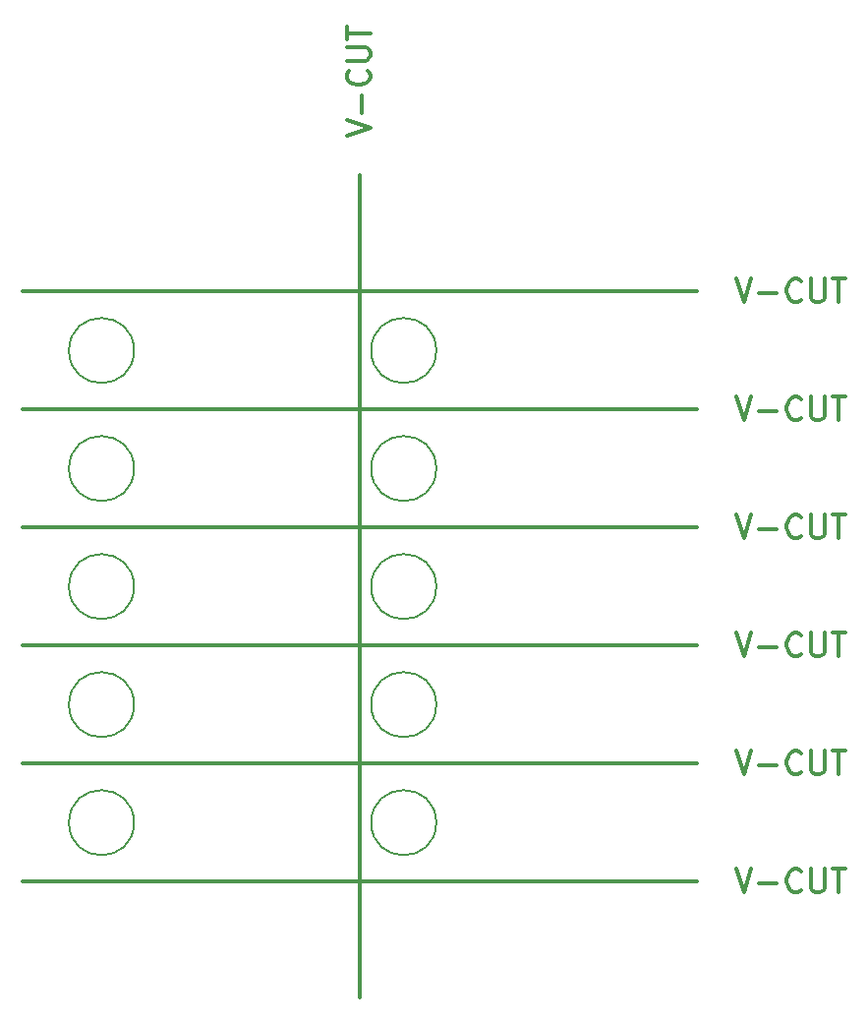
<source format=gbr>
%TF.GenerationSoftware,KiCad,Pcbnew,8.0.8*%
%TF.CreationDate,2025-02-21T17:55:20+11:00*%
%TF.ProjectId,panel,70616e65-6c2e-46b6-9963-61645f706362,rev?*%
%TF.SameCoordinates,Original*%
%TF.FileFunction,Other,Comment*%
%FSLAX46Y46*%
G04 Gerber Fmt 4.6, Leading zero omitted, Abs format (unit mm)*
G04 Created by KiCad (PCBNEW 8.0.8) date 2025-02-21 17:55:20*
%MOMM*%
%LPD*%
G01*
G04 APERTURE LIST*
%ADD10C,0.300000*%
%ADD11C,0.150000*%
G04 APERTURE END LIST*
D10*
X119465000Y-57479500D02*
X177535000Y-57479500D01*
X148502500Y-17000000D02*
X148502500Y-87799500D01*
X119465000Y-77799500D02*
X177535000Y-77799500D01*
X119465000Y-47319500D02*
X177535000Y-47319500D01*
X119465000Y-26999500D02*
X177535000Y-26999500D01*
X119465000Y-67639500D02*
X177535000Y-67639500D01*
X119465000Y-37159500D02*
X177535000Y-37159500D01*
X180922844Y-76709138D02*
X181589510Y-78709138D01*
X181589510Y-78709138D02*
X182256177Y-76709138D01*
X182922844Y-77947233D02*
X184446654Y-77947233D01*
X186541891Y-78518661D02*
X186446653Y-78613900D01*
X186446653Y-78613900D02*
X186160939Y-78709138D01*
X186160939Y-78709138D02*
X185970463Y-78709138D01*
X185970463Y-78709138D02*
X185684748Y-78613900D01*
X185684748Y-78613900D02*
X185494272Y-78423423D01*
X185494272Y-78423423D02*
X185399034Y-78232947D01*
X185399034Y-78232947D02*
X185303796Y-77851995D01*
X185303796Y-77851995D02*
X185303796Y-77566280D01*
X185303796Y-77566280D02*
X185399034Y-77185328D01*
X185399034Y-77185328D02*
X185494272Y-76994852D01*
X185494272Y-76994852D02*
X185684748Y-76804376D01*
X185684748Y-76804376D02*
X185970463Y-76709138D01*
X185970463Y-76709138D02*
X186160939Y-76709138D01*
X186160939Y-76709138D02*
X186446653Y-76804376D01*
X186446653Y-76804376D02*
X186541891Y-76899614D01*
X187399034Y-76709138D02*
X187399034Y-78328185D01*
X187399034Y-78328185D02*
X187494272Y-78518661D01*
X187494272Y-78518661D02*
X187589510Y-78613900D01*
X187589510Y-78613900D02*
X187779986Y-78709138D01*
X187779986Y-78709138D02*
X188160939Y-78709138D01*
X188160939Y-78709138D02*
X188351415Y-78613900D01*
X188351415Y-78613900D02*
X188446653Y-78518661D01*
X188446653Y-78518661D02*
X188541891Y-78328185D01*
X188541891Y-78328185D02*
X188541891Y-76709138D01*
X189208558Y-76709138D02*
X190351415Y-76709138D01*
X189779986Y-78709138D02*
X189779986Y-76709138D01*
X180922844Y-36069138D02*
X181589510Y-38069138D01*
X181589510Y-38069138D02*
X182256177Y-36069138D01*
X182922844Y-37307233D02*
X184446654Y-37307233D01*
X186541891Y-37878661D02*
X186446653Y-37973900D01*
X186446653Y-37973900D02*
X186160939Y-38069138D01*
X186160939Y-38069138D02*
X185970463Y-38069138D01*
X185970463Y-38069138D02*
X185684748Y-37973900D01*
X185684748Y-37973900D02*
X185494272Y-37783423D01*
X185494272Y-37783423D02*
X185399034Y-37592947D01*
X185399034Y-37592947D02*
X185303796Y-37211995D01*
X185303796Y-37211995D02*
X185303796Y-36926280D01*
X185303796Y-36926280D02*
X185399034Y-36545328D01*
X185399034Y-36545328D02*
X185494272Y-36354852D01*
X185494272Y-36354852D02*
X185684748Y-36164376D01*
X185684748Y-36164376D02*
X185970463Y-36069138D01*
X185970463Y-36069138D02*
X186160939Y-36069138D01*
X186160939Y-36069138D02*
X186446653Y-36164376D01*
X186446653Y-36164376D02*
X186541891Y-36259614D01*
X187399034Y-36069138D02*
X187399034Y-37688185D01*
X187399034Y-37688185D02*
X187494272Y-37878661D01*
X187494272Y-37878661D02*
X187589510Y-37973900D01*
X187589510Y-37973900D02*
X187779986Y-38069138D01*
X187779986Y-38069138D02*
X188160939Y-38069138D01*
X188160939Y-38069138D02*
X188351415Y-37973900D01*
X188351415Y-37973900D02*
X188446653Y-37878661D01*
X188446653Y-37878661D02*
X188541891Y-37688185D01*
X188541891Y-37688185D02*
X188541891Y-36069138D01*
X189208558Y-36069138D02*
X190351415Y-36069138D01*
X189779986Y-38069138D02*
X189779986Y-36069138D01*
X180922844Y-66549138D02*
X181589510Y-68549138D01*
X181589510Y-68549138D02*
X182256177Y-66549138D01*
X182922844Y-67787233D02*
X184446654Y-67787233D01*
X186541891Y-68358661D02*
X186446653Y-68453900D01*
X186446653Y-68453900D02*
X186160939Y-68549138D01*
X186160939Y-68549138D02*
X185970463Y-68549138D01*
X185970463Y-68549138D02*
X185684748Y-68453900D01*
X185684748Y-68453900D02*
X185494272Y-68263423D01*
X185494272Y-68263423D02*
X185399034Y-68072947D01*
X185399034Y-68072947D02*
X185303796Y-67691995D01*
X185303796Y-67691995D02*
X185303796Y-67406280D01*
X185303796Y-67406280D02*
X185399034Y-67025328D01*
X185399034Y-67025328D02*
X185494272Y-66834852D01*
X185494272Y-66834852D02*
X185684748Y-66644376D01*
X185684748Y-66644376D02*
X185970463Y-66549138D01*
X185970463Y-66549138D02*
X186160939Y-66549138D01*
X186160939Y-66549138D02*
X186446653Y-66644376D01*
X186446653Y-66644376D02*
X186541891Y-66739614D01*
X187399034Y-66549138D02*
X187399034Y-68168185D01*
X187399034Y-68168185D02*
X187494272Y-68358661D01*
X187494272Y-68358661D02*
X187589510Y-68453900D01*
X187589510Y-68453900D02*
X187779986Y-68549138D01*
X187779986Y-68549138D02*
X188160939Y-68549138D01*
X188160939Y-68549138D02*
X188351415Y-68453900D01*
X188351415Y-68453900D02*
X188446653Y-68358661D01*
X188446653Y-68358661D02*
X188541891Y-68168185D01*
X188541891Y-68168185D02*
X188541891Y-66549138D01*
X189208558Y-66549138D02*
X190351415Y-66549138D01*
X189779986Y-68549138D02*
X189779986Y-66549138D01*
X180922844Y-46229138D02*
X181589510Y-48229138D01*
X181589510Y-48229138D02*
X182256177Y-46229138D01*
X182922844Y-47467233D02*
X184446654Y-47467233D01*
X186541891Y-48038661D02*
X186446653Y-48133900D01*
X186446653Y-48133900D02*
X186160939Y-48229138D01*
X186160939Y-48229138D02*
X185970463Y-48229138D01*
X185970463Y-48229138D02*
X185684748Y-48133900D01*
X185684748Y-48133900D02*
X185494272Y-47943423D01*
X185494272Y-47943423D02*
X185399034Y-47752947D01*
X185399034Y-47752947D02*
X185303796Y-47371995D01*
X185303796Y-47371995D02*
X185303796Y-47086280D01*
X185303796Y-47086280D02*
X185399034Y-46705328D01*
X185399034Y-46705328D02*
X185494272Y-46514852D01*
X185494272Y-46514852D02*
X185684748Y-46324376D01*
X185684748Y-46324376D02*
X185970463Y-46229138D01*
X185970463Y-46229138D02*
X186160939Y-46229138D01*
X186160939Y-46229138D02*
X186446653Y-46324376D01*
X186446653Y-46324376D02*
X186541891Y-46419614D01*
X187399034Y-46229138D02*
X187399034Y-47848185D01*
X187399034Y-47848185D02*
X187494272Y-48038661D01*
X187494272Y-48038661D02*
X187589510Y-48133900D01*
X187589510Y-48133900D02*
X187779986Y-48229138D01*
X187779986Y-48229138D02*
X188160939Y-48229138D01*
X188160939Y-48229138D02*
X188351415Y-48133900D01*
X188351415Y-48133900D02*
X188446653Y-48038661D01*
X188446653Y-48038661D02*
X188541891Y-47848185D01*
X188541891Y-47848185D02*
X188541891Y-46229138D01*
X189208558Y-46229138D02*
X190351415Y-46229138D01*
X189779986Y-48229138D02*
X189779986Y-46229138D01*
X180922844Y-56389138D02*
X181589510Y-58389138D01*
X181589510Y-58389138D02*
X182256177Y-56389138D01*
X182922844Y-57627233D02*
X184446654Y-57627233D01*
X186541891Y-58198661D02*
X186446653Y-58293900D01*
X186446653Y-58293900D02*
X186160939Y-58389138D01*
X186160939Y-58389138D02*
X185970463Y-58389138D01*
X185970463Y-58389138D02*
X185684748Y-58293900D01*
X185684748Y-58293900D02*
X185494272Y-58103423D01*
X185494272Y-58103423D02*
X185399034Y-57912947D01*
X185399034Y-57912947D02*
X185303796Y-57531995D01*
X185303796Y-57531995D02*
X185303796Y-57246280D01*
X185303796Y-57246280D02*
X185399034Y-56865328D01*
X185399034Y-56865328D02*
X185494272Y-56674852D01*
X185494272Y-56674852D02*
X185684748Y-56484376D01*
X185684748Y-56484376D02*
X185970463Y-56389138D01*
X185970463Y-56389138D02*
X186160939Y-56389138D01*
X186160939Y-56389138D02*
X186446653Y-56484376D01*
X186446653Y-56484376D02*
X186541891Y-56579614D01*
X187399034Y-56389138D02*
X187399034Y-58008185D01*
X187399034Y-58008185D02*
X187494272Y-58198661D01*
X187494272Y-58198661D02*
X187589510Y-58293900D01*
X187589510Y-58293900D02*
X187779986Y-58389138D01*
X187779986Y-58389138D02*
X188160939Y-58389138D01*
X188160939Y-58389138D02*
X188351415Y-58293900D01*
X188351415Y-58293900D02*
X188446653Y-58198661D01*
X188446653Y-58198661D02*
X188541891Y-58008185D01*
X188541891Y-58008185D02*
X188541891Y-56389138D01*
X189208558Y-56389138D02*
X190351415Y-56389138D01*
X189779986Y-58389138D02*
X189779986Y-56389138D01*
X180922844Y-25909138D02*
X181589510Y-27909138D01*
X181589510Y-27909138D02*
X182256177Y-25909138D01*
X182922844Y-27147233D02*
X184446654Y-27147233D01*
X186541891Y-27718661D02*
X186446653Y-27813900D01*
X186446653Y-27813900D02*
X186160939Y-27909138D01*
X186160939Y-27909138D02*
X185970463Y-27909138D01*
X185970463Y-27909138D02*
X185684748Y-27813900D01*
X185684748Y-27813900D02*
X185494272Y-27623423D01*
X185494272Y-27623423D02*
X185399034Y-27432947D01*
X185399034Y-27432947D02*
X185303796Y-27051995D01*
X185303796Y-27051995D02*
X185303796Y-26766280D01*
X185303796Y-26766280D02*
X185399034Y-26385328D01*
X185399034Y-26385328D02*
X185494272Y-26194852D01*
X185494272Y-26194852D02*
X185684748Y-26004376D01*
X185684748Y-26004376D02*
X185970463Y-25909138D01*
X185970463Y-25909138D02*
X186160939Y-25909138D01*
X186160939Y-25909138D02*
X186446653Y-26004376D01*
X186446653Y-26004376D02*
X186541891Y-26099614D01*
X187399034Y-25909138D02*
X187399034Y-27528185D01*
X187399034Y-27528185D02*
X187494272Y-27718661D01*
X187494272Y-27718661D02*
X187589510Y-27813900D01*
X187589510Y-27813900D02*
X187779986Y-27909138D01*
X187779986Y-27909138D02*
X188160939Y-27909138D01*
X188160939Y-27909138D02*
X188351415Y-27813900D01*
X188351415Y-27813900D02*
X188446653Y-27718661D01*
X188446653Y-27718661D02*
X188541891Y-27528185D01*
X188541891Y-27528185D02*
X188541891Y-25909138D01*
X189208558Y-25909138D02*
X190351415Y-25909138D01*
X189779986Y-27909138D02*
X189779986Y-25909138D01*
X147412138Y-13612155D02*
X149412138Y-12945489D01*
X149412138Y-12945489D02*
X147412138Y-12278822D01*
X148650233Y-11612155D02*
X148650233Y-10088346D01*
X149221661Y-7993108D02*
X149316900Y-8088346D01*
X149316900Y-8088346D02*
X149412138Y-8374060D01*
X149412138Y-8374060D02*
X149412138Y-8564536D01*
X149412138Y-8564536D02*
X149316900Y-8850251D01*
X149316900Y-8850251D02*
X149126423Y-9040727D01*
X149126423Y-9040727D02*
X148935947Y-9135965D01*
X148935947Y-9135965D02*
X148554995Y-9231203D01*
X148554995Y-9231203D02*
X148269280Y-9231203D01*
X148269280Y-9231203D02*
X147888328Y-9135965D01*
X147888328Y-9135965D02*
X147697852Y-9040727D01*
X147697852Y-9040727D02*
X147507376Y-8850251D01*
X147507376Y-8850251D02*
X147412138Y-8564536D01*
X147412138Y-8564536D02*
X147412138Y-8374060D01*
X147412138Y-8374060D02*
X147507376Y-8088346D01*
X147507376Y-8088346D02*
X147602614Y-7993108D01*
X147412138Y-7135965D02*
X149031185Y-7135965D01*
X149031185Y-7135965D02*
X149221661Y-7040727D01*
X149221661Y-7040727D02*
X149316900Y-6945489D01*
X149316900Y-6945489D02*
X149412138Y-6755013D01*
X149412138Y-6755013D02*
X149412138Y-6374060D01*
X149412138Y-6374060D02*
X149316900Y-6183584D01*
X149316900Y-6183584D02*
X149221661Y-6088346D01*
X149221661Y-6088346D02*
X149031185Y-5993108D01*
X149031185Y-5993108D02*
X147412138Y-5993108D01*
X147412138Y-5326441D02*
X147412138Y-4183584D01*
X149412138Y-4755013D02*
X147412138Y-4755013D01*
D11*
%TO.C,H1*%
X155110000Y-42239500D02*
G75*
G02*
X149510000Y-42239500I-2800000J0D01*
G01*
X149510000Y-42239500D02*
G75*
G02*
X155110000Y-42239500I2800000J0D01*
G01*
X129075000Y-52399500D02*
G75*
G02*
X123475000Y-52399500I-2800000J0D01*
G01*
X123475000Y-52399500D02*
G75*
G02*
X129075000Y-52399500I2800000J0D01*
G01*
X155110000Y-32079500D02*
G75*
G02*
X149510000Y-32079500I-2800000J0D01*
G01*
X149510000Y-32079500D02*
G75*
G02*
X155110000Y-32079500I2800000J0D01*
G01*
X155110000Y-52399500D02*
G75*
G02*
X149510000Y-52399500I-2800000J0D01*
G01*
X149510000Y-52399500D02*
G75*
G02*
X155110000Y-52399500I2800000J0D01*
G01*
X155110000Y-72719500D02*
G75*
G02*
X149510000Y-72719500I-2800000J0D01*
G01*
X149510000Y-72719500D02*
G75*
G02*
X155110000Y-72719500I2800000J0D01*
G01*
X129075000Y-72719500D02*
G75*
G02*
X123475000Y-72719500I-2800000J0D01*
G01*
X123475000Y-72719500D02*
G75*
G02*
X129075000Y-72719500I2800000J0D01*
G01*
X129075000Y-62559500D02*
G75*
G02*
X123475000Y-62559500I-2800000J0D01*
G01*
X123475000Y-62559500D02*
G75*
G02*
X129075000Y-62559500I2800000J0D01*
G01*
X129075000Y-32079500D02*
G75*
G02*
X123475000Y-32079500I-2800000J0D01*
G01*
X123475000Y-32079500D02*
G75*
G02*
X129075000Y-32079500I2800000J0D01*
G01*
X155110000Y-62559500D02*
G75*
G02*
X149510000Y-62559500I-2800000J0D01*
G01*
X149510000Y-62559500D02*
G75*
G02*
X155110000Y-62559500I2800000J0D01*
G01*
X129075000Y-42239500D02*
G75*
G02*
X123475000Y-42239500I-2800000J0D01*
G01*
X123475000Y-42239500D02*
G75*
G02*
X129075000Y-42239500I2800000J0D01*
G01*
%TD*%
M02*

</source>
